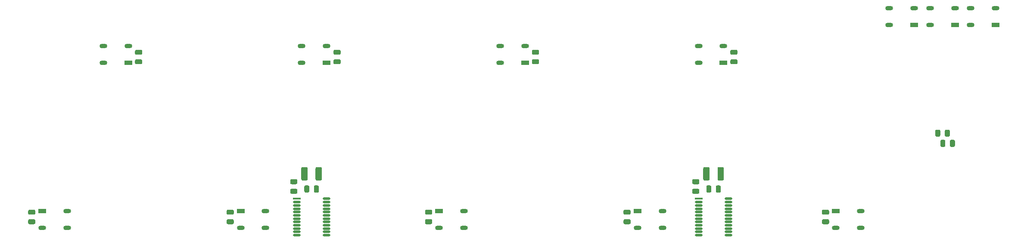
<source format=gtp>
G04 #@! TF.GenerationSoftware,KiCad,Pcbnew,(5.1.6)-1*
G04 #@! TF.CreationDate,2020-06-10T05:10:02+10:00*
G04 #@! TF.ProjectId,EncoderBoard,456e636f-6465-4724-926f-6172642e6b69,C*
G04 #@! TF.SameCoordinates,Original*
G04 #@! TF.FileFunction,Paste,Top*
G04 #@! TF.FilePolarity,Positive*
%FSLAX46Y46*%
G04 Gerber Fmt 4.6, Leading zero omitted, Abs format (unit mm)*
G04 Created by KiCad (PCBNEW (5.1.6)-1) date 2020-06-10 05:10:02*
%MOMM*%
%LPD*%
G01*
G04 APERTURE LIST*
%ADD10O,1.500000X0.900000*%
%ADD11R,1.500000X0.900000*%
%ADD12R,1.500000X0.450000*%
%ADD13O,1.500000X0.450000*%
G04 APERTURE END LIST*
D10*
X214950000Y-66150000D03*
X214950000Y-62850000D03*
X210050000Y-66150000D03*
D11*
X210050000Y-62850000D03*
G36*
G01*
X182043750Y-58450000D02*
X182956250Y-58450000D01*
G75*
G02*
X183200000Y-58693750I0J-243750D01*
G01*
X183200000Y-59181250D01*
G75*
G02*
X182956250Y-59425000I-243750J0D01*
G01*
X182043750Y-59425000D01*
G75*
G02*
X181800000Y-59181250I0J243750D01*
G01*
X181800000Y-58693750D01*
G75*
G02*
X182043750Y-58450000I243750J0D01*
G01*
G37*
G36*
G01*
X182043750Y-56575000D02*
X182956250Y-56575000D01*
G75*
G02*
X183200000Y-56818750I0J-243750D01*
G01*
X183200000Y-57306250D01*
G75*
G02*
X182956250Y-57550000I-243750J0D01*
G01*
X182043750Y-57550000D01*
G75*
G02*
X181800000Y-57306250I0J243750D01*
G01*
X181800000Y-56818750D01*
G75*
G02*
X182043750Y-56575000I243750J0D01*
G01*
G37*
X187950000Y-33650000D03*
D10*
X187950000Y-30350000D03*
X183050000Y-33650000D03*
X183050000Y-30350000D03*
G36*
G01*
X190456250Y-33925000D02*
X189543750Y-33925000D01*
G75*
G02*
X189300000Y-33681250I0J243750D01*
G01*
X189300000Y-33193750D01*
G75*
G02*
X189543750Y-32950000I243750J0D01*
G01*
X190456250Y-32950000D01*
G75*
G02*
X190700000Y-33193750I0J-243750D01*
G01*
X190700000Y-33681250D01*
G75*
G02*
X190456250Y-33925000I-243750J0D01*
G01*
G37*
G36*
G01*
X190456250Y-32050000D02*
X189543750Y-32050000D01*
G75*
G02*
X189300000Y-31806250I0J243750D01*
G01*
X189300000Y-31318750D01*
G75*
G02*
X189543750Y-31075000I243750J0D01*
G01*
X190456250Y-31075000D01*
G75*
G02*
X190700000Y-31318750I0J-243750D01*
G01*
X190700000Y-31806250D01*
G75*
G02*
X190456250Y-32050000I-243750J0D01*
G01*
G37*
X220550000Y-22850000D03*
X220550000Y-26150000D03*
X225450000Y-22850000D03*
D11*
X225450000Y-26150000D03*
D10*
X228550000Y-22850000D03*
X228550000Y-26150000D03*
X233450000Y-22850000D03*
D11*
X233450000Y-26150000D03*
D10*
X236550000Y-22850000D03*
X236550000Y-26150000D03*
X241450000Y-22850000D03*
D11*
X241450000Y-26150000D03*
D10*
X175950000Y-66150000D03*
X175950000Y-62850000D03*
X171050000Y-66150000D03*
D11*
X171050000Y-62850000D03*
D10*
X136950000Y-66150000D03*
X136950000Y-62850000D03*
X132050000Y-66150000D03*
D11*
X132050000Y-62850000D03*
D10*
X97950000Y-66150000D03*
X97950000Y-62850000D03*
X93050000Y-66150000D03*
D11*
X93050000Y-62850000D03*
D10*
X58950000Y-66150000D03*
X58950000Y-62850000D03*
X54050000Y-66150000D03*
D11*
X54050000Y-62850000D03*
X70950000Y-33650000D03*
D10*
X70950000Y-30350000D03*
X66050000Y-33650000D03*
X66050000Y-30350000D03*
D11*
X109950000Y-33650000D03*
D10*
X109950000Y-30350000D03*
X105050000Y-33650000D03*
X105050000Y-30350000D03*
D11*
X148950000Y-33650000D03*
D10*
X148950000Y-30350000D03*
X144050000Y-33650000D03*
X144050000Y-30350000D03*
G36*
G01*
X106550000Y-58043750D02*
X106550000Y-58956250D01*
G75*
G02*
X106306250Y-59200000I-243750J0D01*
G01*
X105818750Y-59200000D01*
G75*
G02*
X105575000Y-58956250I0J243750D01*
G01*
X105575000Y-58043750D01*
G75*
G02*
X105818750Y-57800000I243750J0D01*
G01*
X106306250Y-57800000D01*
G75*
G02*
X106550000Y-58043750I0J-243750D01*
G01*
G37*
G36*
G01*
X108425000Y-58043750D02*
X108425000Y-58956250D01*
G75*
G02*
X108181250Y-59200000I-243750J0D01*
G01*
X107693750Y-59200000D01*
G75*
G02*
X107450000Y-58956250I0J243750D01*
G01*
X107450000Y-58043750D01*
G75*
G02*
X107693750Y-57800000I243750J0D01*
G01*
X108181250Y-57800000D01*
G75*
G02*
X108425000Y-58043750I0J-243750D01*
G01*
G37*
G36*
G01*
X106225000Y-54425000D02*
X106225000Y-56575000D01*
G75*
G02*
X105975000Y-56825000I-250000J0D01*
G01*
X105225000Y-56825000D01*
G75*
G02*
X104975000Y-56575000I0J250000D01*
G01*
X104975000Y-54425000D01*
G75*
G02*
X105225000Y-54175000I250000J0D01*
G01*
X105975000Y-54175000D01*
G75*
G02*
X106225000Y-54425000I0J-250000D01*
G01*
G37*
G36*
G01*
X109025000Y-54425000D02*
X109025000Y-56575000D01*
G75*
G02*
X108775000Y-56825000I-250000J0D01*
G01*
X108025000Y-56825000D01*
G75*
G02*
X107775000Y-56575000I0J250000D01*
G01*
X107775000Y-54425000D01*
G75*
G02*
X108025000Y-54175000I250000J0D01*
G01*
X108775000Y-54175000D01*
G75*
G02*
X109025000Y-54425000I0J-250000D01*
G01*
G37*
G36*
G01*
X185550000Y-58043750D02*
X185550000Y-58956250D01*
G75*
G02*
X185306250Y-59200000I-243750J0D01*
G01*
X184818750Y-59200000D01*
G75*
G02*
X184575000Y-58956250I0J243750D01*
G01*
X184575000Y-58043750D01*
G75*
G02*
X184818750Y-57800000I243750J0D01*
G01*
X185306250Y-57800000D01*
G75*
G02*
X185550000Y-58043750I0J-243750D01*
G01*
G37*
G36*
G01*
X187425000Y-58043750D02*
X187425000Y-58956250D01*
G75*
G02*
X187181250Y-59200000I-243750J0D01*
G01*
X186693750Y-59200000D01*
G75*
G02*
X186450000Y-58956250I0J243750D01*
G01*
X186450000Y-58043750D01*
G75*
G02*
X186693750Y-57800000I243750J0D01*
G01*
X187181250Y-57800000D01*
G75*
G02*
X187425000Y-58043750I0J-243750D01*
G01*
G37*
G36*
G01*
X185225000Y-54425000D02*
X185225000Y-56575000D01*
G75*
G02*
X184975000Y-56825000I-250000J0D01*
G01*
X184225000Y-56825000D01*
G75*
G02*
X183975000Y-56575000I0J250000D01*
G01*
X183975000Y-54425000D01*
G75*
G02*
X184225000Y-54175000I250000J0D01*
G01*
X184975000Y-54175000D01*
G75*
G02*
X185225000Y-54425000I0J-250000D01*
G01*
G37*
G36*
G01*
X188025000Y-54425000D02*
X188025000Y-56575000D01*
G75*
G02*
X187775000Y-56825000I-250000J0D01*
G01*
X187025000Y-56825000D01*
G75*
G02*
X186775000Y-56575000I0J250000D01*
G01*
X186775000Y-54425000D01*
G75*
G02*
X187025000Y-54175000I250000J0D01*
G01*
X187775000Y-54175000D01*
G75*
G02*
X188025000Y-54425000I0J-250000D01*
G01*
G37*
G36*
G01*
X207543750Y-64450000D02*
X208456250Y-64450000D01*
G75*
G02*
X208700000Y-64693750I0J-243750D01*
G01*
X208700000Y-65181250D01*
G75*
G02*
X208456250Y-65425000I-243750J0D01*
G01*
X207543750Y-65425000D01*
G75*
G02*
X207300000Y-65181250I0J243750D01*
G01*
X207300000Y-64693750D01*
G75*
G02*
X207543750Y-64450000I243750J0D01*
G01*
G37*
G36*
G01*
X207543750Y-62575000D02*
X208456250Y-62575000D01*
G75*
G02*
X208700000Y-62818750I0J-243750D01*
G01*
X208700000Y-63306250D01*
G75*
G02*
X208456250Y-63550000I-243750J0D01*
G01*
X207543750Y-63550000D01*
G75*
G02*
X207300000Y-63306250I0J243750D01*
G01*
X207300000Y-62818750D01*
G75*
G02*
X207543750Y-62575000I243750J0D01*
G01*
G37*
G36*
G01*
X168543750Y-64450000D02*
X169456250Y-64450000D01*
G75*
G02*
X169700000Y-64693750I0J-243750D01*
G01*
X169700000Y-65181250D01*
G75*
G02*
X169456250Y-65425000I-243750J0D01*
G01*
X168543750Y-65425000D01*
G75*
G02*
X168300000Y-65181250I0J243750D01*
G01*
X168300000Y-64693750D01*
G75*
G02*
X168543750Y-64450000I243750J0D01*
G01*
G37*
G36*
G01*
X168543750Y-62575000D02*
X169456250Y-62575000D01*
G75*
G02*
X169700000Y-62818750I0J-243750D01*
G01*
X169700000Y-63306250D01*
G75*
G02*
X169456250Y-63550000I-243750J0D01*
G01*
X168543750Y-63550000D01*
G75*
G02*
X168300000Y-63306250I0J243750D01*
G01*
X168300000Y-62818750D01*
G75*
G02*
X168543750Y-62575000I243750J0D01*
G01*
G37*
G36*
G01*
X129543750Y-64450000D02*
X130456250Y-64450000D01*
G75*
G02*
X130700000Y-64693750I0J-243750D01*
G01*
X130700000Y-65181250D01*
G75*
G02*
X130456250Y-65425000I-243750J0D01*
G01*
X129543750Y-65425000D01*
G75*
G02*
X129300000Y-65181250I0J243750D01*
G01*
X129300000Y-64693750D01*
G75*
G02*
X129543750Y-64450000I243750J0D01*
G01*
G37*
G36*
G01*
X129543750Y-62575000D02*
X130456250Y-62575000D01*
G75*
G02*
X130700000Y-62818750I0J-243750D01*
G01*
X130700000Y-63306250D01*
G75*
G02*
X130456250Y-63550000I-243750J0D01*
G01*
X129543750Y-63550000D01*
G75*
G02*
X129300000Y-63306250I0J243750D01*
G01*
X129300000Y-62818750D01*
G75*
G02*
X129543750Y-62575000I243750J0D01*
G01*
G37*
G36*
G01*
X90543750Y-64450000D02*
X91456250Y-64450000D01*
G75*
G02*
X91700000Y-64693750I0J-243750D01*
G01*
X91700000Y-65181250D01*
G75*
G02*
X91456250Y-65425000I-243750J0D01*
G01*
X90543750Y-65425000D01*
G75*
G02*
X90300000Y-65181250I0J243750D01*
G01*
X90300000Y-64693750D01*
G75*
G02*
X90543750Y-64450000I243750J0D01*
G01*
G37*
G36*
G01*
X90543750Y-62575000D02*
X91456250Y-62575000D01*
G75*
G02*
X91700000Y-62818750I0J-243750D01*
G01*
X91700000Y-63306250D01*
G75*
G02*
X91456250Y-63550000I-243750J0D01*
G01*
X90543750Y-63550000D01*
G75*
G02*
X90300000Y-63306250I0J243750D01*
G01*
X90300000Y-62818750D01*
G75*
G02*
X90543750Y-62575000I243750J0D01*
G01*
G37*
G36*
G01*
X51543750Y-64450000D02*
X52456250Y-64450000D01*
G75*
G02*
X52700000Y-64693750I0J-243750D01*
G01*
X52700000Y-65181250D01*
G75*
G02*
X52456250Y-65425000I-243750J0D01*
G01*
X51543750Y-65425000D01*
G75*
G02*
X51300000Y-65181250I0J243750D01*
G01*
X51300000Y-64693750D01*
G75*
G02*
X51543750Y-64450000I243750J0D01*
G01*
G37*
G36*
G01*
X51543750Y-62575000D02*
X52456250Y-62575000D01*
G75*
G02*
X52700000Y-62818750I0J-243750D01*
G01*
X52700000Y-63306250D01*
G75*
G02*
X52456250Y-63550000I-243750J0D01*
G01*
X51543750Y-63550000D01*
G75*
G02*
X51300000Y-63306250I0J243750D01*
G01*
X51300000Y-62818750D01*
G75*
G02*
X51543750Y-62575000I243750J0D01*
G01*
G37*
G36*
G01*
X73456250Y-33925000D02*
X72543750Y-33925000D01*
G75*
G02*
X72300000Y-33681250I0J243750D01*
G01*
X72300000Y-33193750D01*
G75*
G02*
X72543750Y-32950000I243750J0D01*
G01*
X73456250Y-32950000D01*
G75*
G02*
X73700000Y-33193750I0J-243750D01*
G01*
X73700000Y-33681250D01*
G75*
G02*
X73456250Y-33925000I-243750J0D01*
G01*
G37*
G36*
G01*
X73456250Y-32050000D02*
X72543750Y-32050000D01*
G75*
G02*
X72300000Y-31806250I0J243750D01*
G01*
X72300000Y-31318750D01*
G75*
G02*
X72543750Y-31075000I243750J0D01*
G01*
X73456250Y-31075000D01*
G75*
G02*
X73700000Y-31318750I0J-243750D01*
G01*
X73700000Y-31806250D01*
G75*
G02*
X73456250Y-32050000I-243750J0D01*
G01*
G37*
G36*
G01*
X112456250Y-33925000D02*
X111543750Y-33925000D01*
G75*
G02*
X111300000Y-33681250I0J243750D01*
G01*
X111300000Y-33193750D01*
G75*
G02*
X111543750Y-32950000I243750J0D01*
G01*
X112456250Y-32950000D01*
G75*
G02*
X112700000Y-33193750I0J-243750D01*
G01*
X112700000Y-33681250D01*
G75*
G02*
X112456250Y-33925000I-243750J0D01*
G01*
G37*
G36*
G01*
X112456250Y-32050000D02*
X111543750Y-32050000D01*
G75*
G02*
X111300000Y-31806250I0J243750D01*
G01*
X111300000Y-31318750D01*
G75*
G02*
X111543750Y-31075000I243750J0D01*
G01*
X112456250Y-31075000D01*
G75*
G02*
X112700000Y-31318750I0J-243750D01*
G01*
X112700000Y-31806250D01*
G75*
G02*
X112456250Y-32050000I-243750J0D01*
G01*
G37*
G36*
G01*
X151456250Y-33925000D02*
X150543750Y-33925000D01*
G75*
G02*
X150300000Y-33681250I0J243750D01*
G01*
X150300000Y-33193750D01*
G75*
G02*
X150543750Y-32950000I243750J0D01*
G01*
X151456250Y-32950000D01*
G75*
G02*
X151700000Y-33193750I0J-243750D01*
G01*
X151700000Y-33681250D01*
G75*
G02*
X151456250Y-33925000I-243750J0D01*
G01*
G37*
G36*
G01*
X151456250Y-32050000D02*
X150543750Y-32050000D01*
G75*
G02*
X150300000Y-31806250I0J243750D01*
G01*
X150300000Y-31318750D01*
G75*
G02*
X150543750Y-31075000I243750J0D01*
G01*
X151456250Y-31075000D01*
G75*
G02*
X151700000Y-31318750I0J-243750D01*
G01*
X151700000Y-31806250D01*
G75*
G02*
X151456250Y-32050000I-243750J0D01*
G01*
G37*
G36*
G01*
X231550000Y-49043750D02*
X231550000Y-49956250D01*
G75*
G02*
X231306250Y-50200000I-243750J0D01*
G01*
X230818750Y-50200000D01*
G75*
G02*
X230575000Y-49956250I0J243750D01*
G01*
X230575000Y-49043750D01*
G75*
G02*
X230818750Y-48800000I243750J0D01*
G01*
X231306250Y-48800000D01*
G75*
G02*
X231550000Y-49043750I0J-243750D01*
G01*
G37*
G36*
G01*
X233425000Y-49043750D02*
X233425000Y-49956250D01*
G75*
G02*
X233181250Y-50200000I-243750J0D01*
G01*
X232693750Y-50200000D01*
G75*
G02*
X232450000Y-49956250I0J243750D01*
G01*
X232450000Y-49043750D01*
G75*
G02*
X232693750Y-48800000I243750J0D01*
G01*
X233181250Y-48800000D01*
G75*
G02*
X233425000Y-49043750I0J-243750D01*
G01*
G37*
G36*
G01*
X230550000Y-47043750D02*
X230550000Y-47956250D01*
G75*
G02*
X230306250Y-48200000I-243750J0D01*
G01*
X229818750Y-48200000D01*
G75*
G02*
X229575000Y-47956250I0J243750D01*
G01*
X229575000Y-47043750D01*
G75*
G02*
X229818750Y-46800000I243750J0D01*
G01*
X230306250Y-46800000D01*
G75*
G02*
X230550000Y-47043750I0J-243750D01*
G01*
G37*
G36*
G01*
X232425000Y-47043750D02*
X232425000Y-47956250D01*
G75*
G02*
X232181250Y-48200000I-243750J0D01*
G01*
X231693750Y-48200000D01*
G75*
G02*
X231450000Y-47956250I0J243750D01*
G01*
X231450000Y-47043750D01*
G75*
G02*
X231693750Y-46800000I243750J0D01*
G01*
X232181250Y-46800000D01*
G75*
G02*
X232425000Y-47043750I0J-243750D01*
G01*
G37*
D12*
X104100000Y-60425000D03*
D13*
X104100000Y-61075000D03*
X104100000Y-61725000D03*
X104100000Y-62375000D03*
X104100000Y-63025000D03*
X104100000Y-63675000D03*
X104100000Y-64325000D03*
X104100000Y-64975000D03*
X104100000Y-65625000D03*
X104100000Y-66275000D03*
X104100000Y-66925000D03*
X104100000Y-67575000D03*
X109900000Y-67575000D03*
X109900000Y-66925000D03*
X109900000Y-66275000D03*
X109900000Y-65625000D03*
X109900000Y-64975000D03*
X109900000Y-64325000D03*
X109900000Y-63675000D03*
X109900000Y-63025000D03*
X109900000Y-62375000D03*
X109900000Y-61725000D03*
X109900000Y-61075000D03*
X109900000Y-60425000D03*
D12*
X183100000Y-60425000D03*
D13*
X183100000Y-61075000D03*
X183100000Y-61725000D03*
X183100000Y-62375000D03*
X183100000Y-63025000D03*
X183100000Y-63675000D03*
X183100000Y-64325000D03*
X183100000Y-64975000D03*
X183100000Y-65625000D03*
X183100000Y-66275000D03*
X183100000Y-66925000D03*
X183100000Y-67575000D03*
X188900000Y-67575000D03*
X188900000Y-66925000D03*
X188900000Y-66275000D03*
X188900000Y-65625000D03*
X188900000Y-64975000D03*
X188900000Y-64325000D03*
X188900000Y-63675000D03*
X188900000Y-63025000D03*
X188900000Y-62375000D03*
X188900000Y-61725000D03*
X188900000Y-61075000D03*
X188900000Y-60425000D03*
G36*
G01*
X103043750Y-56575000D02*
X103956250Y-56575000D01*
G75*
G02*
X104200000Y-56818750I0J-243750D01*
G01*
X104200000Y-57306250D01*
G75*
G02*
X103956250Y-57550000I-243750J0D01*
G01*
X103043750Y-57550000D01*
G75*
G02*
X102800000Y-57306250I0J243750D01*
G01*
X102800000Y-56818750D01*
G75*
G02*
X103043750Y-56575000I243750J0D01*
G01*
G37*
G36*
G01*
X103043750Y-58450000D02*
X103956250Y-58450000D01*
G75*
G02*
X104200000Y-58693750I0J-243750D01*
G01*
X104200000Y-59181250D01*
G75*
G02*
X103956250Y-59425000I-243750J0D01*
G01*
X103043750Y-59425000D01*
G75*
G02*
X102800000Y-59181250I0J243750D01*
G01*
X102800000Y-58693750D01*
G75*
G02*
X103043750Y-58450000I243750J0D01*
G01*
G37*
M02*

</source>
